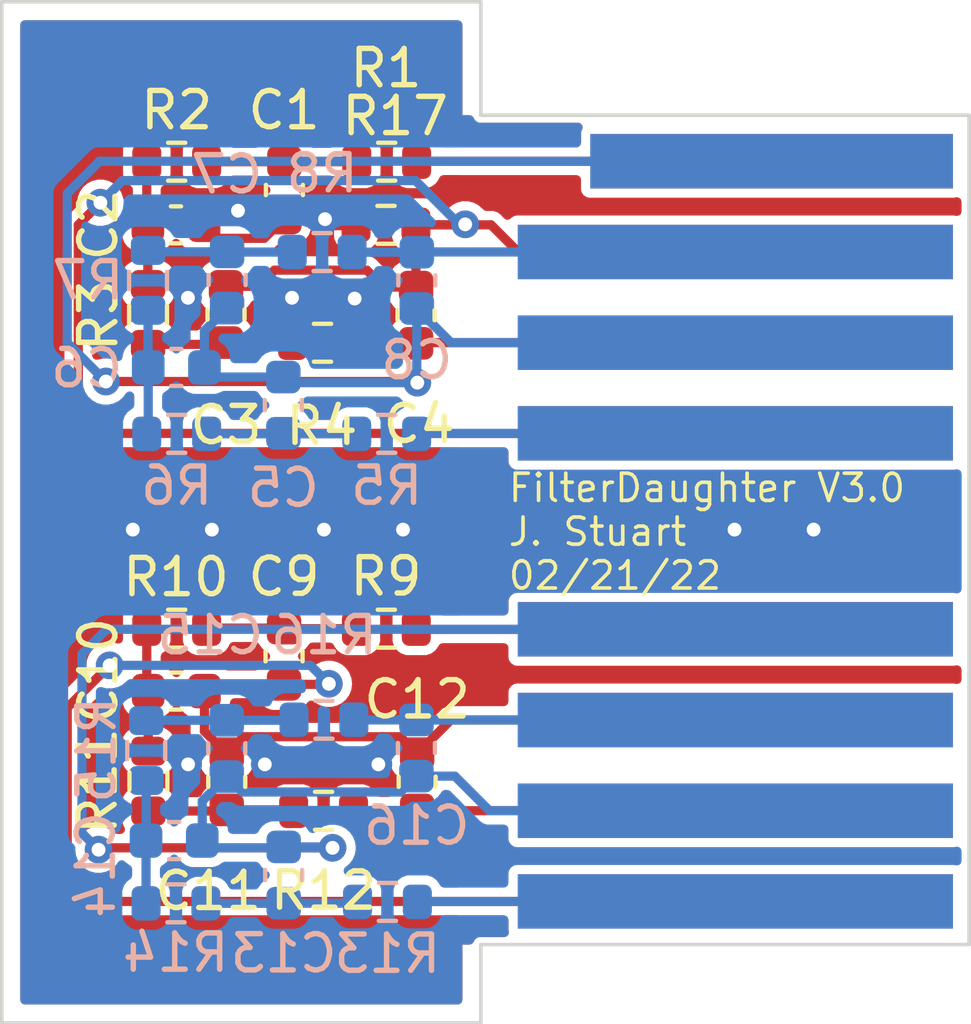
<source format=kicad_pcb>
(kicad_pcb (version 20211014) (generator pcbnew)
  (layers (0 "F.Cu" signal) (1 "In1.Cu" power) (2 "In2.Cu" power) (31 "B.Cu" signal) (34 "B.Paste" user) (35 "F.Paste" user) (36 "B.SilkS" user "B.Silkscreen") (37 "F.SilkS" user "F.Silkscreen") (38 "B.Mask" user) (39 "F.Mask" user) (44 "Edge.Cuts" user))
  (net 0 "")
  (net 1 "Net-(C1-Pad1)")
  (net 2 "GND")
  (net 3 "/Z_IN_1")
  (net 4 "Net-(C3-Pad1)")
  (net 5 "/Z_IN_2")
  (net 6 "Net-(C6-Pad1)")
  (net 7 "Net-(C7-Pad1)")
  (net 8 "/Z_IN_3")
  (net 9 "Net-(C9-Pad1)")
  (net 10 "Net-(C10-Pad1)")
  (net 11 "/Z_IN_4")
  (net 12 "/Z_OUT_1")
  (net 13 "/Z_OUT_2")
  (net 14 "/Z_OUT_3")
  (net 15 "/Z_OUT_4")
  (net 16 "Net-(C2-Pad1)")
  (net 17 "Net-(C5-Pad1)")
  (net 18 "Net-(C11-Pad1)")
  (net 19 "Net-(C13-Pad1)")
  (net 20 "Net-(C14-Pad1)")
  (net 21 "Net-(C15-Pad1)")
  (net 22 "Net-(C1-Pad2)")
  (net 23 "Net-(C3-Pad2)")
  (net 24 "Net-(C5-Pad2)")
  (net 25 "Net-(C10-Pad2)")
  (net 26 "Net-(C13-Pad2)")
  (footprint "Capacitor_SMD:C_0603_1608Metric" (layer "F.Cu") (at 89.57 132.01 90)
    (fp_text reference "C3" (at -3.05 0 180) (layer "F.SilkS"))
    (fp_text value "0.1uF")
    (fp_line (start -0.14058 0.51) (end 0.14058 0.51) (layer "F.SilkS") (width 0.12))
    (fp_line (start -0.14058 -0.51) (end 0.14058 -0.51) (layer "F.SilkS") (width 0.12))
    (pad "1" smd roundrect locked (at -0.775 0 90) (size 0.9 0.95) (layers "F.Cu" "F.Paste" "F.Mask") (net 4 "Net-(C3-Pad1)"))
    (pad "2" smd roundrect locked (at 0.775 0 90) (size 0.9 0.95) (layers "F.Cu" "F.Paste" "F.Mask") (net 23 "Net-(C3-Pad2)"))
  )
  (footprint "Capacitor_SMD:C_0603_1608Metric" (layer "F.Cu") (at 94.84 144.89 90)
    (fp_text reference "C12" (at 2.27 0 180) (layer "F.SilkS"))
    (fp_text value "0.1uF")
    (fp_line (start -0.14058 -0.51) (end 0.14058 -0.51) (layer "F.SilkS") (width 0.12))
    (fp_line (start -0.14058 0.51) (end 0.14058 0.51) (layer "F.SilkS") (width 0.12))
    (pad "1" smd roundrect locked (at -0.775 0 90) (size 0.9 0.95) (layers "F.Cu" "F.Paste" "F.Mask") (net 14 "/Z_OUT_3"))
    (pad "2" smd roundrect locked (at 0.775 0 90) (size 0.9 0.95) (layers "F.Cu" "F.Paste" "F.Mask") (net 25 "Net-(C10-Pad2)"))
  )
  (footprint "Resistor_SMD:R_0603_1608Metric" (layer "F.Cu") (at 88.21 127.8)
    (fp_text reference "R2" (at 0 -1.42) (layer "F.SilkS"))
    (fp_text value "1k")
    (fp_line (start -0.237258 0.5225) (end 0.237258 0.5225) (layer "F.SilkS") (width 0.12))
    (fp_line (start -0.237258 -0.5225) (end 0.237258 -0.5225) (layer "F.SilkS") (width 0.12))
    (pad "1" smd roundrect locked (at -0.825 0) (size 0.8 0.95) (layers "F.Cu" "F.Paste" "F.Mask") (net 16 "Net-(C2-Pad1)"))
    (pad "2" smd roundrect locked (at 0.825 0) (size 0.8 0.95) (layers "F.Cu" "F.Paste" "F.Mask") (net 1 "Net-(C1-Pad1)"))
  )
  (footprint "Resistor_SMD:R_0603_1608Metric" (layer "F.Cu") (at 87.42 132.01 90)
    (fp_text reference "R3" (at -0.03 -1.37 270) (layer "F.SilkS"))
    (fp_text value "1k")
    (fp_line (start -0.237258 0.5225) (end 0.237258 0.5225) (layer "F.SilkS") (width 0.12))
    (fp_line (start -0.237258 -0.5225) (end 0.237258 -0.5225) (layer "F.SilkS") (width 0.12))
    (pad "1" smd roundrect locked (at -0.825 0 90) (size 0.8 0.95) (layers "F.Cu" "F.Paste" "F.Mask") (net 4 "Net-(C3-Pad1)"))
    (pad "2" smd roundrect locked (at 0.825 0 90) (size 0.8 0.95) (layers "F.Cu" "F.Paste" "F.Mask") (net 16 "Net-(C2-Pad1)"))
  )
  (footprint "Resistor_SMD:R_0603_1608Metric" (layer "F.Cu") (at 92.23 132.79 180)
    (fp_text reference "R4" (at 0.02 -2.29) (layer "F.SilkS"))
    (fp_text value "1k")
    (fp_line (start -0.237258 -0.5225) (end 0.237258 -0.5225) (layer "F.SilkS") (width 0.12))
    (fp_line (start -0.237258 0.5225) (end 0.237258 0.5225) (layer "F.SilkS") (width 0.12))
    (pad "1" smd roundrect locked (at -0.825 0 180) (size 0.8 0.95) (layers "F.Cu" "F.Paste" "F.Mask") (net 12 "/Z_OUT_1"))
    (pad "2" smd roundrect locked (at 0.825 0 180) (size 0.8 0.95) (layers "F.Cu" "F.Paste" "F.Mask") (net 4 "Net-(C3-Pad1)"))
  )
  (footprint "Resistor_SMD:R_0603_1608Metric" (layer "F.Cu") (at 92.26 145.69)
    (fp_text reference "R12" (at 0 2.2 180) (layer "F.SilkS"))
    (fp_text value "1k")
    (fp_line (start -0.237258 0.5225) (end 0.237258 0.5225) (layer "F.SilkS") (width 0.12))
    (fp_line (start -0.237258 -0.5225) (end 0.237258 -0.5225) (layer "F.SilkS") (width 0.12))
    (pad "1" smd roundrect locked (at -0.825 0) (size 0.8 0.95) (layers "F.Cu" "F.Paste" "F.Mask") (net 18 "Net-(C11-Pad1)"))
    (pad "2" smd roundrect locked (at 0.825 0) (size 0.8 0.95) (layers "F.Cu" "F.Paste" "F.Mask") (net 14 "/Z_OUT_3"))
  )
  (footprint "Resistor_SMD:R_0603_1608Metric" (layer "F.Cu") (at 87.43 144.87 -90)
    (fp_text reference "R11" (at 0 1.4 90) (layer "F.SilkS"))
    (fp_text value "1k")
    (fp_line (start -0.237258 -0.5225) (end 0.237258 -0.5225) (layer "F.SilkS") (width 0.12))
    (fp_line (start -0.237258 0.5225) (end 0.237258 0.5225) (layer "F.SilkS") (width 0.12))
    (pad "1" smd roundrect locked (at -0.825 0 270) (size 0.8 0.95) (layers "F.Cu" "F.Paste" "F.Mask") (net 10 "Net-(C10-Pad1)"))
    (pad "2" smd roundrect locked (at 0.825 0 270) (size 0.8 0.95) (layers "F.Cu" "F.Paste" "F.Mask") (net 18 "Net-(C11-Pad1)"))
  )
  (footprint "Resistor_SMD:R_0603_1608Metric" (layer "F.Cu") (at 88.21 140.67 180)
    (fp_text reference "R10" (at 0.02 1.42) (layer "F.SilkS"))
    (fp_text value "1k")
    (fp_line (start -0.237258 0.5225) (end 0.237258 0.5225) (layer "F.SilkS") (width 0.12))
    (fp_line (start -0.237258 -0.5225) (end 0.237258 -0.5225) (layer "F.SilkS") (width 0.12))
    (pad "1" smd roundrect locked (at -0.825 0 180) (size 0.8 0.95) (layers "F.Cu" "F.Paste" "F.Mask") (net 9 "Net-(C9-Pad1)"))
    (pad "2" smd roundrect locked (at 0.825 0 180) (size 0.8 0.95) (layers "F.Cu" "F.Paste" "F.Mask") (net 10 "Net-(C10-Pad1)"))
  )
  (footprint "ElectrodeFilterAdapters:CardEdge" (layer "F.Cu") (at 97.6122 127.7874)
    (fp_text reference "U1" hide)
    (fp_text value "CardEdge")
    (pad "1" smd rect locked (at 7 0) (size 10 1.5) (layers "F.Cu" "F.Paste" "F.Mask" "Eco1.User") (net 3 "/Z_IN_1"))
    (pad "2" smd rect locked (at 6 2.5) (size 11.999999 1.5) (layers "F.Cu" "F.Paste" "F.Mask" "Eco1.User") (net 23 "Net-(C3-Pad2)"))
    (pad "3" smd rect locked (at 6 5) (size 11.999999 1.5) (layers "F.Cu" "F.Paste" "F.Mask" "Eco1.User") (net 12 "/Z_OUT_1"))
    (pad "4" smd rect locked (at 6 7.5) (size 11.999999 1.5) (layers "F.Cu" "F.Paste" "F.Mask" "Eco1.User") (net 23 "Net-(C3-Pad2)"))
    (pad "5" smd rect locked (at 6 12.9) (size 11.999999 1.5) (layers "F.Cu" "F.Paste" "F.Mask" "Eco1.User") (net 8 "/Z_IN_3"))
    (pad "6" smd rect locked (at 6 15.4) (size 11.999999 1.5) (layers "F.Cu" "F.Paste" "F.Mask" "Eco1.User") (net 25 "Net-(C10-Pad2)"))
    (pad "7" smd rect locked (at 6 17.9) (size 11.999999 1.5) (layers "F.Cu" "F.Paste" "F.Mask" "Eco1.User") (net 14 "/Z_OUT_3"))
    (pad "8" smd rect locked (at 6 20.4) (size 11.999999 1.5) (layers "F.Cu" "F.Paste" "F.Mask" "Eco1.User") (net 25 "Net-(C10-Pad2)"))
    (pad "9" smd rect locked (at 7 0) (size 10 1.5) (layers "B.Cu" "B.Paste" "B.Mask" "Eco2.User") (net 24 "Net-(C5-Pad2)"))
    (pad "10" smd rect locked (at 6 2.5) (size 11.999999 1.5) (layers "B.Cu" "B.Paste" "B.Mask" "Eco2.User") (net 13 "/Z_OUT_2"))
    (pad "11" smd rect locked (at 6 5) (size 11.999999 1.5) (layers "B.Cu" "B.Paste" "B.Mask" "Eco2.User") (net 24 "Net-(C5-Pad2)"))
    (pad "12" smd rect locked (at 6 7.5) (size 11.999999 1.5) (layers "B.Cu" "B.Paste" "B.Mask" "Eco2.User") (net 5 "/Z_IN_2"))
    (pad "13" smd rect locked (at 6 12.9) (size 11.999999 1.5) (layers "B.Cu" "B.Paste" "B.Mask" "Eco2.User") (net 26 "Net-(C13-Pad2)"))
    (pad "14" smd rect locked (at 6 15.4) (size 11.999999 1.5) (layers "B.Cu" "B.Paste" "B.Mask" "Eco2.User") (net 15 "/Z_OUT_4"))
    (pad "15" smd rect locked (at 6 17.9) (size 11.999999 1.5) (layers "B.Cu" "B.Paste" "B.Mask" "Eco2.User") (net 26 "Net-(C13-Pad2)"))
    (pad "16" smd rect locked (at 6 20.4) (size 11.999999 1.5) (layers "B.Cu" "B.Paste" "B.Mask" "Eco2.User") (net 11 "/Z_IN_4"))
  )
  (footprint "Capacitor_SMD:C_0603_1608Metric" (layer "F.Cu") (at 89.59 144.89 90)
    (fp_text reference "C11" (at -3.01 -0.51 180) (layer "F.SilkS"))
    (fp_text value "0.1uF")
    (fp_line (start -0.14058 0.51) (end 0.14058 0.51) (layer "F.SilkS") (width 0.12))
    (fp_line (start -0.14058 -0.51) (end 0.14058 -0.51) (layer "F.SilkS") (width 0.12))
    (pad "1" smd roundrect locked (at -0.775 0 90) (size 0.9 0.95) (layers "F.Cu" "F.Paste" "F.Mask") (net 18 "Net-(C11-Pad1)"))
    (pad "2" smd roundrect locked (at 0.775 0 90) (size 0.9 0.95) (layers "F.Cu" "F.Paste" "F.Mask") (net 25 "Net-(C10-Pad2)"))
  )
  (footprint "Capacitor_SMD:C_0603_1608Metric" (layer "F.Cu") (at 88.19 129.54)
    (fp_text reference "C2" (at -2.14 0 90) (layer "F.SilkS"))
    (fp_text value "0.1uF")
    (fp_line (start -0.14058 -0.51) (end 0.14058 -0.51) (layer "F.SilkS") (width 0.12))
    (fp_line (start -0.14058 0.51) (end 0.14058 0.51) (layer "F.SilkS") (width 0.12))
    (pad "1" smd roundrect locked (at -0.775 0) (size 0.9 0.95) (layers "F.Cu" "F.Paste" "F.Mask") (net 16 "Net-(C2-Pad1)"))
    (pad "2" smd roundrect locked (at 0.775 0) (size 0.9 0.95) (layers "F.Cu" "F.Paste" "F.Mask") (net 22 "Net-(C1-Pad2)"))
  )
  (footprint "Resistor_SMD:R_0603_1608Metric" (layer "F.Cu") (at 93.99 140.67 180)
    (fp_text reference "R9" (at 0.01 1.44) (layer "F.SilkS"))
    (fp_text value "1k")
    (fp_line (start -0.237258 0.5225) (end 0.237258 0.5225) (layer "F.SilkS") (width 0.12))
    (fp_line (start -0.237258 -0.5225) (end 0.237258 -0.5225) (layer "F.SilkS") (width 0.12))
    (pad "1" smd roundrect locked (at -0.825 0 180) (size 0.8 0.95) (layers "F.Cu" "F.Paste" "F.Mask") (net 8 "/Z_IN_3"))
    (pad "2" smd roundrect locked (at 0.825 0 180) (size 0.8 0.95) (layers "F.Cu" "F.Paste" "F.Mask") (net 9 "Net-(C9-Pad1)"))
  )
  (footprint "Capacitor_SMD:C_0603_1608Metric" (layer "F.Cu") (at 91.18 128.58 -90)
    (fp_text reference "C1" (at -2.2 0.01) (layer "F.SilkS"))
    (fp_text value "0.1uF")
    (fp_line (start -0.14058 0.51) (end 0.14058 0.51) (layer "F.SilkS") (width 0.12))
    (fp_line (start -0.14058 -0.51) (end 0.14058 -0.51) (layer "F.SilkS") (width 0.12))
    (pad "1" smd roundrect locked (at -0.775 0 270) (size 0.9 0.95) (layers "F.Cu" "F.Paste" "F.Mask") (net 1 "Net-(C1-Pad1)"))
    (pad "2" smd roundrect locked (at 0.775 0 270) (size 0.9 0.95) (layers "F.Cu" "F.Paste" "F.Mask") (net 22 "Net-(C1-Pad2)"))
  )
  (footprint "Resistor_SMD:R_0603_1608Metric" (layer "F.Cu") (at 94 127.8)
    (fp_text reference "R1" (at -0.02 -2.578) (layer "F.SilkS"))
    (fp_text value "1k")
    (fp_line (start -0.237258 -0.5225) (end 0.237258 -0.5225) (layer "F.SilkS") (width 0.12))
    (fp_line (start -0.237258 0.5225) (end 0.237258 0.5225) (layer "F.SilkS") (width 0.12))
    (pad "1" smd roundrect locked (at -0.825 0) (size 0.8 0.95) (layers "F.Cu" "F.Paste" "F.Mask") (net 1 "Net-(C1-Pad1)"))
    (pad "2" smd roundrect locked (at 0.825 0) (size 0.8 0.95) (layers "F.Cu" "F.Paste" "F.Mask") (net 3 "/Z_IN_1"))
  )
  (footprint "Capacitor_SMD:C_0603_1608Metric" (layer "F.Cu") (at 94.81 132.03 90)
    (fp_text reference "C4" (at -2.9964 0.0844 180) (layer "F.SilkS"))
    (fp_text value "0.1uF")
    (fp_line (start -0.14058 0.51) (end 0.14058 0.51) (layer "F.SilkS") (width 0.12))
    (fp_line (start -0.14058 -0.51) (end 0.14058 -0.51) (layer "F.SilkS") (width 0.12))
    (pad "1" smd roundrect locked (at -0.775 0 90) (size 0.9 0.95) (layers "F.Cu" "F.Paste" "F.Mask") (net 12 "/Z_OUT_1"))
    (pad "2" smd roundrect locked (at 0.775 0 90) (size 0.9 0.95) (layers "F.Cu" "F.Paste" "F.Mask") (net 23 "Net-(C3-Pad2)"))
  )
  (footprint "Capacitor_SMD:C_0603_1608Metric" (layer "F.Cu") (at 91.17 141.43 -90)
    (fp_text reference "C9" (at -2.19 0 180) (layer "F.SilkS"))
    (fp_text value "0.1uF")
    (fp_line (start -0.14058 -0.51) (end 0.14058 -0.51) (layer "F.SilkS") (width 0.12))
    (fp_line (start -0.14058 0.51) (end 0.14058 0.51) (layer "F.SilkS") (width 0.12))
    (pad "1" smd roundrect locked (at -0.775 0 270) (size 0.9 0.95) (layers "F.Cu" "F.Paste" "F.Mask") (net 9 "Net-(C9-Pad1)"))
    (pad "2" smd roundrect locked (at 0.775 0 270) (size 0.9 0.95) (layers "F.Cu" "F.Paste" "F.Mask") (net 25 "Net-(C10-Pad2)"))
  )
  (footprint "Capacitor_SMD:C_0603_1608Metric" (layer "F.Cu") (at 88.2 142.39)
    (fp_text reference "C10" (at -2.15 -0.56 90) (layer "F.SilkS"))
    (fp_text value "0.1uF")
    (fp_line (start -0.14058 0.51) (end 0.14058 0.51) (layer "F.SilkS") (width 0.12))
    (fp_line (start -0.14058 -0.51) (end 0.14058 -0.51) (layer "F.SilkS") (width 0.12))
    (pad "1" smd roundrect locked (at -0.775 0) (size 0.9 0.95) (layers "F.Cu" "F.Paste" "F.Mask") (net 10 "Net-(C10-Pad1)"))
    (pad "2" smd roundrect locked (at 0.775 0) (size 0.9 0.95) (layers "F.Cu" "F.Paste" "F.Mask") (net 25 "Net-(C10-Pad2)"))
  )
  (footprint "Resistor_SMD:R_0603_1608Metric" (layer "F.Cu") (at 93.98 129.54)
    (fp_text reference "R17" (at 0.254 -2.9972) (layer "F.SilkS"))
    (fp_text value "10M")
    (fp_line (start -0.237258 0.5225) (end 0.237258 0.5225) (layer "F.SilkS") (width 0.12))
    (fp_line (start -0.237258 -0.5225) (end 0.237258 -0.5225) (layer "F.SilkS") (width 0.12))
    (pad "1" smd roundrect (at -0.825 0) (size 0.8 0.95) (layers "F.Cu" "F.Paste" "F.Mask") (net 2 "GND"))
    (pad "2" smd roundrect (at 0.825 0) (size 0.8 0.95) (layers "F.Cu" "F.Paste" "F.Mask") (net 23 "Net-(C3-Pad2)"))
  )
  (footprint "Capacitor_SMD:C_0603_1608Metric" (layer "B.Cu") (at 91.15 134.51 90)
    (fp_text reference "C5" (at -2.28 0 180) (layer "B.SilkS") (effects (justify mirror)))
    (fp_text value "0.1uF")
    (fp_line (start -0.14058 0.51) (end 0.14058 0.51) (layer "B.SilkS") (width 0.12))
    (fp_line (start -0.14058 -0.51) (end 0.14058 -0.51) (layer "B.SilkS") (width 0.12))
    (pad "1" smd roundrect locked (at -0.775 0 90) (size 0.9 0.95) (layers "B.Cu" "B.Paste" "B.Mask") (net 17 "Net-(C5-Pad1)"))
    (pad "2" smd roundrect locked (at 0.775 0 90) (size 0.9 0.95) (layers "B.Cu" "B.Paste" "B.Mask") (net 24 "Net-(C5-Pad2)"))
  )
  (footprint "Capacitor_SMD:C_0603_1608Metric" (layer "B.Cu") (at 88.14 146.51)
    (fp_text reference "C14" (at -2.16 0.67 270) (layer "B.SilkS") (effects (justify mirror)))
    (fp_text value "0.1uF")
    (fp_line (start -0.14058 -0.51) (end 0.14058 -0.51) (layer "B.SilkS") (width 0.12))
    (fp_line (start -0.14058 0.51) (end 0.14058 0.51) (layer "B.SilkS") (width 0.12))
    (pad "1" smd roundrect locked (at -0.775 0) (size 0.9 0.95) (layers "B.Cu" "B.Paste" "B.Mask") (net 20 "Net-(C14-Pad1)"))
    (pad "2" smd roundrect locked (at 0.775 0) (size 0.9 0.95) (layers "B.Cu" "B.Paste" "B.Mask") (net 26 "Net-(C13-Pad2)"))
  )
  (footprint "Resistor_SMD:R_0603_1608Metric" (layer "B.Cu") (at 88.21 135.3)
    (fp_text reference "R6" (at 0 1.43) (layer "B.SilkS") (effects (justify mirror)))
    (fp_text value "1k")
    (fp_line (start -0.237258 -0.5225) (end 0.237258 -0.5225) (layer "B.SilkS") (width 0.12))
    (fp_line (start -0.237258 0.5225) (end 0.237258 0.5225) (layer "B.SilkS") (width 0.12))
    (pad "1" smd roundrect locked (at -0.825 0) (size 0.8 0.95) (layers "B.Cu" "B.Paste" "B.Mask") (net 6 "Net-(C6-Pad1)"))
    (pad "2" smd roundrect locked (at 0.825 0) (size 0.8 0.95) (layers "B.Cu" "B.Paste" "B.Mask") (net 17 "Net-(C5-Pad1)"))
  )
  (footprint "Resistor_SMD:R_0603_1608Metric" (layer "B.Cu") (at 87.42 131.07 -90)
    (fp_text reference "R7" (at 0 1.66 180) (layer "B.SilkS") (effects (justify mirror)))
    (fp_text value "1k")
    (fp_line (start -0.237258 0.5225) (end 0.237258 0.5225) (layer "B.SilkS") (width 0.12))
    (fp_line (start -0.237258 -0.5225) (end 0.237258 -0.5225) (layer "B.SilkS") (width 0.12))
    (pad "1" smd roundrect locked (at -0.825 0 270) (size 0.8 0.95) (layers "B.Cu" "B.Paste" "B.Mask") (net 7 "Net-(C7-Pad1)"))
    (pad "2" smd roundrect locked (at 0.825 0 270) (size 0.8 0.95) (layers "B.Cu" "B.Paste" "B.Mask") (net 6 "Net-(C6-Pad1)"))
  )
  (footprint "Resistor_SMD:R_0603_1608Metric" (layer "B.Cu") (at 92.22 130.29 180)
    (fp_text reference "R8" (at 0 2.17) (layer "B.SilkS") (effects (justify mirror)))
    (fp_text value "1k")
    (fp_line (start -0.237258 -0.5225) (end 0.237258 -0.5225) (layer "B.SilkS") (width 0.12))
    (fp_line (start -0.237258 0.5225) (end 0.237258 0.5225) (layer "B.SilkS") (width 0.12))
    (pad "1" smd roundrect locked (at -0.825 0 180) (size 0.8 0.95) (layers "B.Cu" "B.Paste" "B.Mask") (net 13 "/Z_OUT_2"))
    (pad "2" smd roundrect locked (at 0.825 0 180) (size 0.8 0.95) (layers "B.Cu" "B.Paste" "B.Mask") (net 7 "Net-(C7-Pad1)"))
  )
  (footprint "Resistor_SMD:R_0603_1608Metric" (layer "B.Cu") (at 94.02 148.2)
    (fp_text reference "R13" (at 0 1.43) (layer "B.SilkS") (effects (justify mirror)))
    (fp_text value "1k")
    (fp_line (start -0.237258 -0.5225) (end 0.237258 -0.5225) (layer "B.SilkS") (width 0.12))
    (fp_line (start -0.237258 0.5225) (end 0.237258 0.5225) (layer "B.SilkS") (width 0.12))
    (pad "1" smd roundrect locked (at -0.825 0) (size 0.8 0.95) (layers "B.Cu" "B.Paste" "B.Mask") (net 19 "Net-(C13-Pad1)"))
    (pad "2" smd roundrect locked (at 0.825 0) (size 0.8 0.95) (layers "B.Cu" "B.Paste" "B.Mask") (net 11 "/Z_IN_4"))
  )
  (footprint "Resistor_SMD:R_0603_1608Metric" (layer "B.Cu") (at 88.19 148.24)
    (fp_text reference "R14" (at -0.01 1.36) (layer "B.SilkS") (effects (justify mirror)))
    (fp_text value "1k")
    (fp_line (start -0.237258 -0.5225) (end 0.237258 -0.5225) (layer "B.SilkS") (width 0.12))
    (fp_line (start -0.237258 0.5225) (end 0.237258 0.5225) (layer "B.SilkS") (width 0.12))
    (pad "1" smd roundrect locked (at -0.825 0) (size 0.8 0.95) (layers "B.Cu" "B.Paste" "B.Mask") (net 20 "Net-(C14-Pad1)"))
    (pad "2" smd roundrect locked (at 0.825 0) (size 0.8 0.95) (layers "B.Cu" "B.Paste" "B.Mask") (net 19 "Net-(C13-Pad1)"))
  )
  (footprint "Resistor_SMD:R_0603_1608Metric" (layer "B.Cu") (at 87.37 144.03 -90)
    (fp_text reference "R15" (at -0.02 1.37 90) (layer "B.SilkS") (effects (justify mirror)))
    (fp_text value "1k")
    (fp_line (start -0.237258 -0.5225) (end 0.237258 -0.5225) (layer "B.SilkS") (width 0.12))
    (fp_line (start -0.237258 0.5225) (end 0.237258 0.5225) (layer "B.SilkS") (width 0.12))
    (pad "1" smd roundrect locked (at -0.825 0 270) (size 0.8 0.95) (layers "B.Cu" "B.Paste" "B.Mask") (net 21 "Net-(C15-Pad1)"))
    (pad "2" smd roundrect locked (at 0.825 0 270) (size 0.8 0.95) (layers "B.Cu" "B.Paste" "B.Mask") (net 20 "Net-(C14-Pad1)"))
  )
  (footprint "Capacitor_SMD:C_0603_1608Metric" (layer "B.Cu") (at 88.2 133.47)
    (fp_text reference "C6" (at -2.47 0.02) (layer "B.SilkS") (effects (justify mirror)))
    (fp_text value "0.1uF")
    (fp_line (start -0.14058 -0.51) (end 0.14058 -0.51) (layer "B.SilkS") (width 0.12))
    (fp_line (start -0.14058 0.51) (end 0.14058 0.51) (layer "B.SilkS") (width 0.12))
    (pad "1" smd roundrect locked (at -0.775 0) (size 0.9 0.95) (layers "B.Cu" "B.Paste" "B.Mask") (net 6 "Net-(C6-Pad1)"))
    (pad "2" smd roundrect locked (at 0.775 0) (size 0.9 0.95) (layers "B.Cu" "B.Paste" "B.Mask") (net 24 "Net-(C5-Pad2)"))
  )
  (footprint "Capacitor_SMD:C_0603_1608Metric" (layer "B.Cu") (at 94.83 131.07 -90)
    (fp_text reference "C8" (at 2.2 0 180) (layer "B.SilkS") (effects (justify mirror)))
    (fp_text value "0.1uF")
    (fp_line (start -0.14058 0.51) (end 0.14058 0.51) (layer "B.SilkS") (width 0.12))
    (fp_line (start -0.14058 -0.51) (end 0.14058 -0.51) (layer "B.SilkS") (width 0.12))
    (pad "1" smd roundrect locked (at -0.775 0 270) (size 0.9 0.95) (layers "B.Cu" "B.Paste" "B.Mask") (net 13 "/Z_OUT_2"))
    (pad "2" smd roundrect locked (at 0.775 0 270) (size 0.9 0.95) (layers "B.Cu" "B.Paste" "B.Mask") (net 24 "Net-(C5-Pad2)"))
  )
  (footprint "Capacitor_SMD:C_0603_1608Metric" (layer "B.Cu") (at 94.82 143.96 -90)
    (fp_text reference "C16" (at 2.14 -0.01 180) (layer "B.SilkS") (effects (justify mirror)))
    (fp_text value "0.1uF")
    (fp_line (start -0.14058 -0.51) (end 0.14058 -0.51) (layer "B.SilkS") (width 0.12))
    (fp_line (start -0.14058 0.51) (end 0.14058 0.51) (layer "B.SilkS") (width 0.12))
    (pad "1" smd roundrect locked (at -0.775 0 270) (size 0.9 0.95) (layers "B.Cu" "B.Paste" "B.Mask") (net 15 "/Z_OUT_4"))
    (pad "2" smd roundrect locked (at 0.775 0 270) (size 0.9 0.95) (layers "B.Cu" "B.Paste" "B.Mask") (net 26 "Net-(C13-Pad2)"))
  )
  (footprint "Resistor_SMD:R_0603_1608Metric" (layer "B.Cu") (at 94 135.3)
    (fp_text reference "R5" (at 0 1.43) (layer "B.SilkS") (effects (justify mirror)))
    (fp_text value "1k")
    (fp_line (start -0.237258 0.5225) (end 0.237258 0.5225) (layer "B.SilkS") (width 0.12))
    (fp_line (start -0.237258 -0.5225) (end 0.237258 -0.5225) (layer "B.SilkS") (width 0.12))
    (pad "1" smd roundrect locked (at -0.825 0) (size 0.8 0.95) (layers "B.Cu" "B.Paste" "B.Mask") (net 17 "Net-(C5-Pad1)"))
    (pad "2" smd roundrect locked (at 0.825 0) (size 0.8 0.95) (layers "B.Cu" "B.Paste" "B.Mask") (net 5 "/Z_IN_2"))
  )
  (footprint "Capacitor_SMD:C_0603_1608Metric" (layer "B.Cu") (at 91.16 147.46 90)
    (fp_text reference "C13" (at -2.16 0 180) (layer "B.SilkS") (effects (justify mirror)))
    (fp_text value "0.1uF")
    (fp_line (start -0.14058 0.51) (end 0.14058 0.51) (layer "B.SilkS") (width 0.12))
    (fp_line (start -0.14058 -0.51) (end 0.14058 -0.51) (layer "B.SilkS") (width 0.12))
    (pad "1" smd roundrect locked (at -0.775 0 90) (size 0.9 0.95) (layers "B.Cu" "B.Paste" "B.Mask") (net 19 "Net-(C13-Pad1)"))
    (pad "2" smd roundrect locked (at 0.775 0 90) (size 0.9 0.95) (layers "B.Cu" "B.Paste" "B.Mask") (net 26 "Net-(C13-Pad2)"))
  )
  (footprint "Resistor_SMD:R_0603_1608Metric" (layer "B.Cu") (at 92.27 143.18 180)
    (fp_text reference "R16" (at 0 2.33) (layer "B.SilkS") (effects (justify mirror)))
    (fp_text value "1k")
    (fp_line (start -0.237258 -0.5225) (end 0.237258 -0.5225) (layer "B.SilkS") (width 0.12))
    (fp_line (start -0.237258 0.5225) (end 0.237258 0.5225) (layer "B.SilkS") (width 0.12))
    (pad "1" smd roundrect locked (at -0.825 0 180) (size 0.8 0.95) (layers "B.Cu" "B.Paste" "B.Mask") (net 15 "/Z_OUT_4"))
    (pad "2" smd roundrect locked (at 0.825 0 180) (size 0.8 0.95) (layers "B.Cu" "B.Paste" "B.Mask") (net 21 "Net-(C15-Pad1)"))
  )
  (footprint "Capacitor_SMD:C_0603_1608Metric" (layer "B.Cu") (at 89.6 131.06 -90)
    (fp_text reference "C7" (at -2.91 0.01 180) (layer "B.SilkS") (effects (justify mirror)))
    (fp_text value "0.1uF")
    (fp_line (start -0.14058 0.51) (end 0.14058 0.51) (layer "B.SilkS") (width 0.12))
    (fp_line (start -0.14058 -0.51) (end 0.14058 -0.51) (layer "B.SilkS") (width 0.12))
    (pad "1" smd roundrect locked (at -0.775 0 270) (size 0.9 0.95) (layers "B.Cu" "B.Paste" "B.Mask") (net 7 "Net-(C7-Pad1)"))
    (pad "2" smd roundrect locked (at 0.775 0 270) (size 0.9 0.95) (layers "B.Cu" "B.Paste" "B.Mask") (net 24 "Net-(C5-Pad2)"))
  )
  (footprint "Capacitor_SMD:C_0603_1608Metric" (layer "B.Cu") (at 89.59 143.97 -90)
    (fp_text reference "C15" (at -3.12 0.45 180) (layer "B.SilkS") (effects (justify mirror)))
    (fp_text value "0.1uF")
    (fp_line (start -0.14058 -0.51) (end 0.14058 -0.51) (layer "B.SilkS") (width 0.12))
    (fp_line (start -0.14058 0.51) (end 0.14058 0.51) (layer "B.SilkS") (width 0.12))
    (pad "1" smd roundrect locked (at -0.775 0 270) (size 0.9 0.95) (layers "B.Cu" "B.Paste" "B.Mask") (net 21 "Net-(C15-Pad1)"))
    (pad "2" smd roundrect locked (at 0.775 0 270) (size 0.9 0.95) (layers "B.Cu" "B.Paste" "B.Mask") (net 26 "Net-(C13-Pad2)"))
  )
  (gr_line (start 96.5962 126.5174) (end 110.0582 126.5174) (layer "Edge.Cuts") (width 0.1))
  (gr_line (start 96.5962 149.3774) (end 96.5962 151.5364) (layer "Edge.Cuts") (width 0.1))
  (gr_line (start 110.0582 149.3774) (end 96.5962 149.3774) (layer "Edge.Cuts") (width 0.1))
  (gr_line (start 83.3882 151.5364) (end 83.3882 123.3932) (layer "Edge.Cuts") (width 0.1))
  (gr_line (start 83.3882 123.3932) (end 96.5962 123.3932) (layer "Edge.Cuts") (width 0.1))
  (gr_line (start 96.5962 151.5364) (end 83.3882 151.5364) (layer "Edge.Cuts") (width 0.1))
  (gr_line (start 110.0582 126.5174) (end 110.0582 149.3774) (layer "Edge.Cuts") (width 0.1))
  (gr_line (start 96.5962 123.3932) (end 96.5962 126.5174) (layer "Edge.Cuts") (width 0.1))
  (gr_text "FilterDaughter V3.0\nJ. Stuart\n02/21/22" (at 97.3 138) (layer "F.SilkS") (effects (font (size 0.75 0.75) (thickness 0.1)) (justify left)))
  (segment (start 89.035 127.8) (end 91.175 127.8) (width 0.254) (layer "F.Cu") (net 1))
  (segment (start 91.175 127.8) (end 91.18 127.805) (width 0.254) (layer "F.Cu") (net 1))
  (segment (start 91.185 127.8) (end 91.18 127.805) (width 0.254) (layer "F.Cu") (net 1))
  (segment (start 93.175 127.8) (end 91.185 127.8) (width 0.254) (layer "F.Cu") (net 1))
  (segment (start 92.998209 129.383209) (end 93.155 129.54) (width 0.254) (layer "F.Cu") (net 2))
  (segment (start 92.299811 129.383209) (end 92.998209 129.383209) (width 0.254) (layer "F.Cu") (net 2))
  (via (at 88.52 131.55) (size 0.762) (drill 0.381) (layers "F.Cu" "B.Cu") (net 2))
  (via (at 103.59 137.94) (size 0.762) (drill 0.381) (layers "F.Cu" "B.Cu") (net 2))
  (via (at 91.3892 131.55) (size 0.762) (drill 0.381) (layers "F.Cu" "B.Cu") (net 2))
  (via (at 93.1164 131.572) (size 0.762) (drill 0.381) (layers "F.Cu" "B.Cu") (net 2))
  (via (at 105.77 137.94) (size 0.762) (drill 0.381) (layers "F.Cu" "B.Cu") (net 2))
  (via (at 88.524078 144.41) (size 0.762) (drill 0.381) (layers "F.Cu" "B.Cu") (net 2))
  (via (at 93.77 144.41) (size 0.762) (drill 0.381) (layers "F.Cu" "B.Cu") (net 2))
  (via (at 87 137.94) (size 0.762) (drill 0.381) (layers "F.Cu" "B.Cu") (net 2))
  (via (at 89.9 129.15) (size 0.762) (drill 0.381) (layers "F.Cu" "B.Cu") (net 2))
  (via (at 92.299811 129.383209) (size 0.762) (drill 0.381) (layers "F.Cu" "B.Cu") (net 2))
  (via (at 89.18 137.94) (size 0.762) (drill 0.381) (layers "F.Cu" "B.Cu") (net 2))
  (via (at 94.45 137.94) (size 0.762) (drill 0.381) (layers "F.Cu" "B.Cu") (net 2))
  (via (at 92.27 137.94) (size 0.762) (drill 0.381) (layers "F.Cu" "B.Cu") (net 2))
  (via (at 90.64 144.41) (size 0.762) (drill 0.381) (layers "F.Cu" "B.Cu") (net 2))
  (segment (start 104.6122 127.7874) (end 94.8376 127.7874) (width 0.254) (layer "F.Cu") (net 3))
  (segment (start 94.8376 127.7874) (end 94.825 127.8) (width 0.254) (layer "F.Cu") (net 3))
  (segment (start 87.42 132.835) (end 89.52 132.835) (width 0.254) (layer "F.Cu") (net 4))
  (segment (start 89.52 132.835) (end 89.57 132.785) (width 0.254) (layer "F.Cu") (net 4))
  (segment (start 91.405 132.79) (end 89.575 132.79) (width 0.254) (layer "F.Cu") (net 4))
  (segment (start 89.575 132.79) (end 89.57 132.785) (width 0.254) (layer "F.Cu") (net 4))
  (segment (start 94.8376 135.2874) (end 94.825 135.3) (width 0.254) (layer "B.Cu") (net 5))
  (segment (start 103.6122 135.2874) (end 94.8376 135.2874) (width 0.254) (layer "B.Cu") (net 5))
  (segment (start 87.425 133.47) (end 87.425 135.26) (width 0.254) (layer "B.Cu") (net 6))
  (segment (start 87.42 133.465) (end 87.425 133.47) (width 0.254) (layer "B.Cu") (net 6))
  (segment (start 87.42 131.895) (end 87.42 133.465) (width 0.254) (layer "B.Cu") (net 6))
  (segment (start 87.425 135.26) (end 87.385 135.3) (width 0.254) (layer "B.Cu") (net 6))
  (segment (start 89.6 130.285) (end 87.46 130.285) (width 0.254) (layer "B.Cu") (net 7))
  (segment (start 91.395 130.29) (end 89.605 130.29) (width 0.254) (layer "B.Cu") (net 7))
  (segment (start 87.46 130.285) (end 87.42 130.245) (width 0.254) (layer "B.Cu") (net 7))
  (segment (start 89.605 130.29) (end 89.6 130.285) (width 0.254) (layer "B.Cu") (net 7))
  (segment (start 103.6122 140.6874) (end 94.8324 140.6874) (width 0.254) (layer "F.Cu") (net 8))
  (segment (start 94.8324 140.6874) (end 94.815 140.67) (width 0.254) (layer "F.Cu") (net 8))
  (segment (start 89.05 140.655) (end 89.035 140.67) (width 0.254) (layer "F.Cu") (net 9))
  (segment (start 93.165 140.67) (end 91.185 140.67) (width 0.254) (layer "F.Cu") (net 9))
  (segment (start 91.17 140.655) (end 89.05 140.655) (width 0.254) (layer "F.Cu") (net 9))
  (segment (start 91.185 140.67) (end 91.17 140.655) (width 0.254) (layer "F.Cu") (net 9))
  (segment (start 87.385 140.67) (end 87.385 142.35) (width 0.254) (layer "F.Cu") (net 10))
  (segment (start 87.425 144.04) (end 87.43 144.045) (width 0.254) (layer "F.Cu") (net 10))
  (segment (start 87.425 142.39) (end 87.425 144.04) (width 0.254) (layer "F.Cu") (net 10))
  (segment (start 87.385 142.35) (end 87.425 142.39) (width 0.254) (layer "F.Cu") (net 10))
  (segment (start 94.8576 148.1874) (end 103.6122 148.1874) (width 0.254) (layer "B.Cu") (net 11))
  (segment (start 94.845 148.2) (end 94.8576 148.1874) (width 0.254) (layer "B.Cu") (net 11))
  (segment (start 94.795 132.79) (end 94.81 132.805) (width 0.254) (layer "F.Cu") (net 12))
  (segment (start 94.81 132.805) (end 94.8276 132.7874) (width 0.254) (layer "F.Cu") (net 12))
  (segment (start 93.055 132.79) (end 94.795 132.79) (width 0.254) (layer "F.Cu") (net 12))
  (segment (start 94.8276 132.7874) (end 103.6122 132.7874) (width 0.254) (layer "F.Cu") (net 12))
  (segment (start 94.8376 130.2874) (end 94.83 130.295) (width 0.254) (layer "B.Cu") (net 13))
  (segment (start 93.05 130.295) (end 93.045 130.29) (width 0.254) (layer "B.Cu") (net 13))
  (segment (start 103.6122 130.2874) (end 94.8376 130.2874) (width 0.254) (layer "B.Cu") (net 13))
  (segment (start 94.83 130.295) (end 93.05 130.295) (width 0.254) (layer "B.Cu") (net 13))
  (segment (start 94.84 145.665) (end 94.8624 145.6874) (width 0.254) (layer "F.Cu") (net 14))
  (segment (start 93.085 145.69) (end 94.815 145.69) (width 0.254) (layer "F.Cu") (net 14))
  (segment (start 94.815 145.69) (end 94.84 145.665) (width 0.254) (layer "F.Cu") (net 14))
  (segment (start 94.8624 145.6874) (end 103.6122 145.6874) (width 0.254) (layer "F.Cu") (net 14))
  (segment (start 103.6122 143.1874) (end 94.8224 143.1874) (width 0.254) (layer "B.Cu") (net 15))
  (segment (start 93.1 143.185) (end 93.095 143.18) (width 0.254) (layer "B.Cu") (net 15))
  (segment (start 94.82 143.185) (end 93.1 143.185) (width 0.254) (layer "B.Cu") (net 15))
  (segment (start 94.8224 143.1874) (end 94.82 143.185) (width 0.254) (layer "B.Cu") (net 15))
  (segment (start 87.415 131.18) (end 87.42 131.185) (width 0.254) (layer "F.Cu") (net 16))
  (segment (start 87.385 129.51) (end 87.415 129.54) (width 0.254) (layer "F.Cu") (net 16))
  (segment (start 87.415 129.54) (end 87.415 131.18) (width 0.254) (layer "F.Cu") (net 16))
  (segment (start 87.385 127.8) (end 87.385 129.51) (width 0.254) (layer "F.Cu") (net 16))
  (segment (start 93.175 135.3) (end 91.165 135.3) (width 0.254) (layer "B.Cu") (net 17))
  (segment (start 91.135 135.3) (end 91.15 135.285) (width 0.254) (layer "B.Cu") (net 17))
  (segment (start 89.035 135.3) (end 91.135 135.3) (width 0.254) (layer "B.Cu") (net 17))
  (segment (start 91.165 135.3) (end 91.15 135.285) (width 0.254) (layer "B.Cu") (net 17))
  (segment (start 87.43 145.695) (end 89.56 145.695) (width 0.254) (layer "F.Cu") (net 18))
  (segment (start 89.59 145.665) (end 91.41 145.665) (width 0.254) (layer "F.Cu") (net 18))
  (segment (start 89.56 145.695) (end 89.59 145.665) (width 0.254) (layer "F.Cu") (net 18))
  (segment (start 91.41 145.665) (end 91.435 145.69) (width 0.254) (layer "F.Cu") (net 18))
  (segment (start 91.16 148.235) (end 93.16 148.235) (width 0.254) (layer "B.Cu") (net 19))
  (segment (start 91.155 148.24) (end 91.16 148.235) (width 0.254) (layer "B.Cu") (net 19))
  (segment (start 89.015 148.24) (end 91.155 148.24) (width 0.254) (layer "B.Cu") (net 19))
  (segment (start 93.16 148.235) (end 93.195 148.2) (width 0.254) (layer "B.Cu") (net 19))
  (segment (start 87.365 146.51) (end 87.365 148.24) (width 0.254) (layer "B.Cu") (net 20))
  (segment (start 87.37 146.505) (end 87.365 146.51) (width 0.254) (layer "B.Cu") (net 20))
  (segment (start 87.37 144.855) (end 87.37 146.505) (width 0.254) (layer "B.Cu") (net 20))
  (segment (start 89.59 143.195) (end 91.43 143.195) (width 0.254) (layer "B.Cu") (net 21))
  (segment (start 87.38 143.195) (end 87.37 143.205) (width 0.254) (layer "B.Cu") (net 21))
  (segment (start 89.59 143.195) (end 87.38 143.195) (width 0.254) (layer "B.Cu") (net 21))
  (segment (start 91.43 143.195) (end 91.445 143.18) (width 0.254) (layer "B.Cu") (net 21))
  (segment (start 90.623489 129.911511) (end 89.336511 129.911511) (width 0.254) (layer "F.Cu") (net 22))
  (segment (start 89.336511 129.911511) (end 88.965 129.54) (width 0.254) (layer "F.Cu") (net 22))
  (segment (start 91.18 129.355) (end 90.623489 129.911511) (width 0.254) (layer "F.Cu") (net 22))
  (segment (start 94.805 131.25) (end 94.81 131.255) (width 0.254) (layer "F.Cu") (net 23))
  (segment (start 94.805 129.54) (end 96.1503 129.54) (width 0.254) (layer "F.Cu") (net 23))
  (segment (start 92.3474 135.2874) (end 86.0622 135.2874) (width 0.254) (layer "F.Cu") (net 23))
  (segment (start 93.917 131.255) (end 94.81 131.255) (width 0.254) (layer "F.Cu") (net 23))
  (segment (start 90.902711 130.788489) (end 93.450489 130.788489) (width 0.254) (layer "F.Cu") (net 23))
  (segment (start 85.496889 134.722089) (end 85.496889 132.587511) (width 0.254) (layer "F.Cu") (net 23))
  (segment (start 96.1503 129.54) (end 96.1644 129.5259) (width 0.254) (layer "F.Cu") (net 23))
  (segment (start 85.4964 129.54) (end 86.106 128.9304) (width 0.254) (layer "F.Cu") (net 23))
  (segment (start 85.496889 132.587511) (end 85.4964 132.587022) (width 0.254) (layer "F.Cu") (net 23))
  (segment (start 97.623 130.2874) (end 96.8756 129.54) (width 0.254) (layer "F.Cu") (net 23))
  (segment (start 89.57 131.235) (end 90.4562 131.235) (width 0.254) (layer "F.Cu") (net 23))
  (segment (start 103.6122 135.2874) (end 92.3474 135.2874) (width 0.254) (layer "F.Cu") (net 23))
  (segment (start 90.4562 131.235) (end 90.902711 130.788489) (width 0.254) (layer "F.Cu") (net 23))
  (segment (start 93.450489 130.788489) (end 93.917 131.255) (width 0.254) (layer "F.Cu") (net 23))
  (segment (start 86.0622 135.2874) (end 85.496889 134.722089) (width 0.254) (layer "F.Cu") (net 23))
  (segment (start 85.4964 132.587022) (end 85.4964 129.54) (width 0.254) (layer "F.Cu") (net 23))
  (segment (start 96.8756 129.54) (end 94.805 129.54) (width 0.254) (layer "F.Cu") (net 23))
  (segment (start 94.805 129.54) (end 94.805 131.25) (width 0.254) (layer "F.Cu") (net 23))
  (segment (start 103.6122 130.2874) (end 97.623 130.2874) (width 0.254) (layer "F.Cu") (net 23))
  (via (at 96.1644 129.5259) (size 0.762) (drill 0.381) (layers "F.Cu" "B.Cu") (net 23))
  (via (at 86.106 128.9304) (size 0.762) (drill 0.381) (layers "F.Cu" "B.Cu") (net 23))
  (segment (start 86.7156 128.3208) (end 86.106 128.9304) (width 0.254) (layer "B.Cu") (net 23))
  (segment (start 94.7928 128.3208) (end 86.7156 128.3208) (width 0.254) (layer "B.Cu") (net 23))
  (segment (start 96.1644 129.5259) (end 95.9979 129.5259) (width 0.254) (layer "B.Cu") (net 23))
  (segment (start 95.9979 129.5259) (end 94.7928 128.3208) (width 0.254) (layer "B.Cu") (net 23))
  (segment (start 86.2584 133.858) (end 94.8121 133.858) (width 0.254) (layer "F.Cu") (net 24))
  (segment (start 94.8121 133.858) (end 94.8436 133.8895) (width 0.254) (layer "F.Cu") (net 24))
  (via (at 86.2584 133.858) (size 0.762) (drill 0.381) (layers "F.Cu" "B.Cu") (net 24))
  (via (at 94.8436 133.8895) (size 0.762) (drill 0.381) (layers "F.Cu" "B.Cu") (net 24))
  (segment (start 94.8436 133.8895) (end 91.3045 133.8895) (width 0.254) (layer "B.Cu") (net 24))
  (segment (start 91.15 133.735) (end 89.24 133.735) (width 0.254) (layer "B.Cu") (net 24))
  (segment (start 94.8436 133.8895) (end 94.83 133.8759) (width 0.254) (layer "B.Cu") (net 24))
  (segment (start 85.1916 128.6764) (end 86.0806 127.7874) (width 0.254) (layer "B.Cu") (net 24))
  (segment (start 86.2584 133.858) (end 85.1916 132.7912) (width 0.254) (layer "B.Cu") (net 24))
  (segment (start 85.1916 132.7912) (end 85.1916 128.6764) (width 0.254) (layer "B.Cu") (net 24))
  (segment (start 89.24 133.735) (end 88.975 133.47) (width 0.254) (layer "B.Cu") (net 24))
  (segment (start 95.7724 132.7874) (end 94.83 131.845) (width 0.254) (layer "B.Cu") (net 24))
  (segment (start 91.3045 133.8895) (end 91.15 133.735) (width 0.254) (layer "B.Cu") (net 24))
  (segment (start 94.83 131.992) (end 94.83 131.845) (width 0.254) (layer "B.Cu") (net 24))
  (segment (start 94.83 133.8759) (end 94.83 131.845) (width 0.254) (layer "B.Cu") (net 24))
  (segment (start 86.0806 127.7874) (end 104.6122 127.7874) (width 0.254) (layer "B.Cu") (net 24))
  (segment (start 103.6122 132.7874) (end 95.7724 132.7874) (width 0.254) (layer "B.Cu") (net 24))
  (segment (start 88.975 132.46) (end 89.6 131.835) (width 0.254) (layer "B.Cu") (net 24))
  (segment (start 88.975 133.47) (end 88.975 132.46) (width 0.254) (layer "B.Cu") (net 24))
  (segment (start 86.40446 148.1874) (end 103.6122 148.1874) (width 0.254) (layer "F.Cu") (net 25))
  (segment (start 90.056511 143.648489) (end 89.59 144.115) (width 0.254) (layer "F.Cu") (net 25))
  (segment (start 95.7676 143.1874) (end 94.84 144.115) (width 0.254) (layer "F.Cu") (net 25))
  (segment (start 88.975 142.39) (end 88.975 143.5) (width 0.254) (layer "F.Cu") (net 25))
  (segment (start 91.17 142.205) (end 89.16 142.205) (width 0.254) (layer "F.Cu") (net 25))
  (segment (start 85.1916 146.97454) (end 86.40446 148.1874) (width 0.254) (layer "F.Cu") (net 25))
  (segment (start 89.136511 142.551511) (end 88.975 142.39) (width 0.254) (layer "F.Cu") (net 25))
  (segment (start 92.3894 142.205) (end 92.4052 142.1892) (width 0.254) (layer "F.Cu") (net 25))
  (segment (start 89.1758 142.1892) (end 88.975 142.39) (width 0.254) (layer "F.Cu") (net 25))
  (segment (start 94.373489 143.648489) (end 90.056511 143.648489) (width 0.254) (layer "F.Cu") (net 25))
  (segment (start 103.6122 143.1874) (end 95.7676 143.1874) (width 0.254) (layer "F.Cu") (net 25))
  (segment (start 85.1916 142.8496) (end 85.1916 146.97454) (width 0.254) (layer "F.Cu") (net 25))
  (segment (start 91.17 142.205) (end 92.3894 142.205) (width 0.254) (layer "F.Cu") (net 25))
  (segment (start 86.36 141.6812) (end 85.1916 142.8496) (width 0.254) (layer "F.Cu") (net 25))
  (segment (start 88.975 143.5) (end 89.59 144.115) (width 0.254) (layer "F.Cu") (net 25))
  (segment (start 94.84 144.115) (end 94.373489 143.648489) (width 0.254) (layer "F.Cu") (net 25))
  (segment (start 89.16 142.205) (end 88.975 142.39) (width 0.254) (layer "F.Cu") (net 25))
  (via (at 86.36 141.6812) (size 0.762) (drill 0.381) (layers "F.Cu" "B.Cu") (net 25))
  (via (at 92.4052 142.1892) (size 0.762) (drill 0.381) (layers "F.Cu" "B.Cu") (net 25))
  (segment (start 86.36 141.6812) (end 91.8972 141.6812) (width 0.254) (layer "B.Cu") (net 25))
  (segment (start 91.8972 141.6812) (end 92.4052 142.1892) (width 0.254) (layer "B.Cu") (net 25))
  (segment (start 92.5068 146.7104) (end 86.106 146.7104) (width 0.254) (layer "F.Cu") (net 26))
  (segment (start 86.106 146.7104) (end 86.0552 146.7612) (width 0.254) (layer "F.Cu") (net 26))
  (via (at 86.0552 146.7612) (size 0.762) (drill 0.381) (layers "F.Cu" "B.Cu") (net 26))
  (via (at 92.5068 146.7104) (size 0.762) (drill 0.381) (layers "F.Cu" "B.Cu") (net 26))
  (segment (start 86.0552 146.7612) (end 85.598489 146.304489) (width 0.254) (layer "B.Cu") (net 26))
  (segment (start 103.6122 145.6874) (end 96.8318 145.6874) (width 0.254) (layer "B.Cu") (net 26))
  (segment (start 89.1154 146.7104) (end 88.915 146.51) (width 0.254) (layer "B.Cu") (net 26))
  (segment (start 94.82 144.735) (end 94.383489 145.171511) (width 0.254) (layer "B.Cu") (net 26))
  (segment (start 92.5068 146.7104) (end 92.4814 146.685) (width 0.254) (layer "B.Cu") (net 26))
  (segment (start 92.5068 146.7104) (end 89.1154 146.7104) (width 0.254) (layer "B.Cu") (net 26))
  (segment (start 94.383489 145.171511) (end 90.016511 145.171511) (width 0.254) (layer "B.Cu") (net 26))
  (segment (start 85.598489 141.365771) (end 86.27686 140.6874) (width 0.254) (layer "B.Cu") (net 26))
  (segment (start 95.8794 144.735) (end 96.8318 145.6874) (width 0.254) (layer "B.Cu") (net 26))
  (segment (start 90.016511 145.171511) (end 89.59 144.745) (width 0.254) (layer "B.Cu") (net 26))
  (segment (start 88.915 145.42) (end 89.59 144.745) (width 0.254) (layer "B.Cu") (net 26))
  (segment (start 92.4814 146.685) (end 91.16 146.685) (width 0.254) (layer "B.Cu") (net 26))
  (segment (start 85.598489 146.304489) (end 85.598489 141.365771) (width 0.254) (layer "B.Cu") (net 26))
  (segment (start 94.82 144.735) (end 95.8794 144.735) (width 0.254) (layer "B.Cu") (net 26))
  (segment (start 86.27686 140.6874) (end 103.6122 140.6874) (width 0.254) (layer "B.Cu") (net 26))
  (segment (start 88.915 146.51) (end 88.915 145.42) (width 0.254) (layer "B.Cu") (net 26))
  (zone (net 2) (net_name "GND") (layer "F.Cu") (connect_pads yes (clearance 0.208)) (min_thickness 0.254) (fill yes (thermal_gap 0.508) (thermal_bridge_width 0.508))
    (polygon (pts (xy 110.0582 149.3774) (xy 95.5802 149.3774) (xy 95.5802 126.5174) (xy 110.0582 126.5174)))
  )
  (zone (net 2) (net_name "GND") (layer "F.Cu") (connect_pads (clearance 0.208)) (min_thickness 0.254) (fill yes (thermal_gap 0.208) (thermal_bridge_width 0.3))
    (polygon (pts (xy 96.0882 151.0284) (xy 83.8962 151.0284) (xy 83.8962 123.9012) (xy 96.0882 123.9012)))
  )
  (zone (net 2) (net_name "GND") (layer "B.Cu") (connect_pads yes (clearance 0.208)) (min_thickness 0.254) (fill yes (thermal_gap 0.508) (thermal_bridge_width 0.508))
    (polygon (pts (xy 110.0582 149.3774) (xy 95.5802 149.3774) (xy 95.5802 126.5174) (xy 110.0582 126.5174)))
  )
  (zone (net 2) (net_name "GND") (layer "B.Cu") (connect_pads (clearance 0.208)) (min_thickness 0.254) (fill yes (thermal_gap 0.208) (thermal_bridge_width 0.4))
    (polygon (pts (xy 96.0882 151.0284) (xy 83.8962 151.0284) (xy 83.8962 123.9012) (xy 96.0882 123.9012)))
  )
)
</source>
